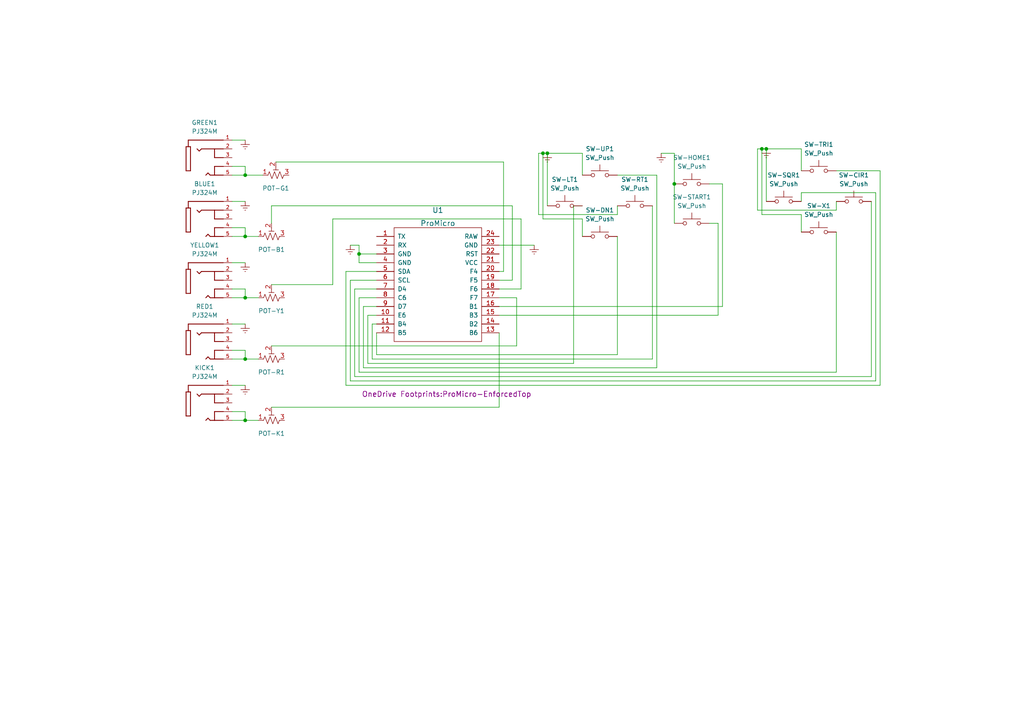
<source format=kicad_sch>
(kicad_sch (version 20211123) (generator eeschema)
  (paper "A4")
  (lib_symbols
    (symbol "Device:R_Potentiometer_Trim_US" (pin_names (offset 1.016) hide)
      (property "Reference" "RV" (at -4.445 0 90))
      (property "Value" "R_Potentiometer_Trim_US" (at -2.54 0 90))
      (symbol "R_Potentiometer_Trim_US_0_1"
        (polyline (pts (xy 0 -2.286) (xy 0 -2.54)))
        (polyline (pts (xy 0 2.286) (xy 0 2.54)))
        (polyline (pts (xy 1.524 0.762) (xy 1.524 -0.762)))
        (polyline (pts (xy 2.54 0) (xy 1.524 0)))
        (polyline (pts (xy 0 -0.762) (xy 1.016 -1.143) (xy 0 -1.524) (xy -1.016 -1.905) (xy 0 -2.286)))
        (polyline (pts (xy 0 0.762) (xy 1.016 0.381) (xy 0 0) (xy -1.016 -0.381) (xy 0 -0.762)))
        (polyline (pts (xy 0 2.286) (xy 1.016 1.905) (xy 0 1.524) (xy -1.016 1.143) (xy 0 0.762)))
      )
      (symbol "R_Potentiometer_Trim_US_1_1"
        (pin passive line (at 0 3.81 270) (length 1.27) (name "1") (number "1"))
        (pin passive line (at 3.81 0 180) (length 1.27) (name "2") (number "2"))
        (pin passive line (at 0 -3.81 90) (length 1.27) (name "3") (number "3"))
      )
    )
    (symbol "PJ324M:PJ324M" (pin_names (offset 1.016))
      (property "Reference" "J" (at -5.08 7.62 0))
      (property "Value" "PJ324M" (at -5.08 -10.16 0))
      (symbol "PJ324M_0_0"
        (polyline (pts (xy -5.715 -3.81) (xy -5.715 3.175)) (stroke (width 0.254)))
        (polyline (pts (xy -5.715 3.175) (xy -5.08 3.175)) (stroke (width 0.254)))
        (polyline (pts (xy -5.08 3.175) (xy -4.445 3.175)) (stroke (width 0.254)))
        (polyline (pts (xy -5.08 5.08) (xy -5.08 3.175)) (stroke (width 0.254)))
        (polyline (pts (xy -4.445 -3.81) (xy -5.715 -3.81)) (stroke (width 0.254)))
        (polyline (pts (xy -4.445 3.175) (xy -4.445 -3.81)) (stroke (width 0.254)))
        (polyline (pts (xy -1.905 1.905) (xy -2.54 2.54)) (stroke (width 0.254)))
        (polyline (pts (xy -1.27 2.54) (xy -1.905 1.905)) (stroke (width 0.254)))
        (polyline (pts (xy 0.635 -4.445) (xy 0 -5.08)) (stroke (width 0.254)))
        (polyline (pts (xy 1.27 -5.08) (xy 0.635 -4.445)) (stroke (width 0.254)))
        (polyline (pts (xy 2.54 -5.08) (xy 1.27 -5.08)) (stroke (width 0.254)))
        (polyline (pts (xy 2.54 -2.54) (xy 2.54 -5.08)) (stroke (width 0.254)))
        (polyline (pts (xy 2.54 0) (xy 2.54 2.54)) (stroke (width 0.254)))
        (polyline (pts (xy 2.54 2.54) (xy -1.27 2.54)) (stroke (width 0.254)))
        (polyline (pts (xy 5.08 -5.08) (xy 2.54 -5.08)) (stroke (width 0.254)))
        (polyline (pts (xy 5.08 -2.54) (xy 2.54 -2.54)) (stroke (width 0.254)))
        (polyline (pts (xy 5.08 0) (xy 2.54 0)) (stroke (width 0.254)))
        (polyline (pts (xy 5.08 2.54) (xy 2.54 2.54)) (stroke (width 0.254)))
        (polyline (pts (xy 5.08 5.08) (xy -5.08 5.08)) (stroke (width 0.254)))
        (pin passive line (at 7.62 5.08 180) (length 2.54) (name "~") (number "1"))
        (pin passive line (at 7.62 2.54 180) (length 2.54) (name "~") (number "2"))
        (pin passive line (at 7.62 0 180) (length 2.54) (name "~") (number "3"))
        (pin passive line (at 7.62 -2.54 180) (length 2.54) (name "~") (number "4"))
        (pin passive line (at 7.62 -5.08 180) (length 2.54) (name "~") (number "5"))
      )
    )
    (symbol "Switch:SW_Push" (pin_numbers hide) (pin_names (offset 1.016) hide)
      (property "Reference" "SW" (at 1.27 2.54 0))
      (property "Value" "SW_Push" (at 0 -1.524 0))
      (symbol "SW_Push_0_1"
        (circle (center -2.032 0) (radius 0.508))
        (polyline (pts (xy 0 1.27) (xy 0 3.048)))
        (polyline (pts (xy 2.54 1.27) (xy -2.54 1.27)))
        (circle (center 2.032 0) (radius 0.508))
        (pin passive line (at -5.08 0 0) (length 2.54) (name "1") (number "1"))
        (pin passive line (at 5.08 0 180) (length 2.54) (name "2") (number "2"))
      )
    )
    (symbol "power:Earth" (power) (pin_names (offset 0))
      (symbol "Earth_0_1"
        (polyline (pts (xy -0.635 -1.905) (xy 0.635 -1.905)))
        (polyline (pts (xy -0.127 -2.54) (xy 0.127 -2.54)))
        (polyline (pts (xy 0 -1.27) (xy 0 0)))
        (polyline (pts (xy 1.27 -1.27) (xy -1.27 -1.27)))
      )
      (symbol "Earth_1_1"
        (pin power_in line (at 0 0 270) (length 0) hide (name "Earth") (number "1"))
      )
    )
    (symbol "promicro:ProMicro" (pin_names (offset 1.016))
      (property "Reference" "U" (at 0 24.13 0))
      (property "Value" "ProMicro" (at 0 -13.97 0))
      (symbol "ProMicro_0_1"
        (rectangle (start -12.7 21.59) (end 12.7 -11.43))
      )
      (symbol "ProMicro_1_1"
        (pin bidirectional line (at -17.78 19.05 0) (length 5.08) (name "TX") (number "1"))
        (pin bidirectional line (at -17.78 -3.81 0) (length 5.08) (name "E6") (number "10"))
        (pin bidirectional line (at -17.78 -6.35 0) (length 5.08) (name "B4") (number "11"))
        (pin bidirectional line (at -17.78 -8.89 0) (length 5.08) (name "B5") (number "12"))
        (pin bidirectional line (at 17.78 -8.89 180) (length 5.08) (name "B6") (number "13"))
        (pin bidirectional line (at 17.78 -6.35 180) (length 5.08) (name "B2") (number "14"))
        (pin bidirectional line (at 17.78 -3.81 180) (length 5.08) (name "B3") (number "15"))
        (pin bidirectional line (at 17.78 -1.27 180) (length 5.08) (name "B1") (number "16"))
        (pin bidirectional line (at 17.78 1.27 180) (length 5.08) (name "F7") (number "17"))
        (pin bidirectional line (at 17.78 3.81 180) (length 5.08) (name "F6") (number "18"))
        (pin bidirectional line (at 17.78 6.35 180) (length 5.08) (name "F5") (number "19"))
        (pin bidirectional line (at -17.78 16.51 0) (length 5.08) (name "RX") (number "2"))
        (pin bidirectional line (at 17.78 8.89 180) (length 5.08) (name "F4") (number "20"))
        (pin power_in line (at 17.78 11.43 180) (length 5.08) (name "VCC") (number "21"))
        (pin input line (at 17.78 13.97 180) (length 5.08) (name "RST") (number "22"))
        (pin power_in line (at 17.78 16.51 180) (length 5.08) (name "GND") (number "23"))
        (pin power_out line (at 17.78 19.05 180) (length 5.08) (name "RAW") (number "24"))
        (pin power_in line (at -17.78 13.97 0) (length 5.08) (name "GND") (number "3"))
        (pin power_in line (at -17.78 11.43 0) (length 5.08) (name "GND") (number "4"))
        (pin bidirectional line (at -17.78 8.89 0) (length 5.08) (name "SDA") (number "5"))
        (pin bidirectional line (at -17.78 6.35 0) (length 5.08) (name "SCL") (number "6"))
        (pin bidirectional line (at -17.78 3.81 0) (length 5.08) (name "D4") (number "7"))
        (pin bidirectional line (at -17.78 1.27 0) (length 5.08) (name "C6") (number "8"))
        (pin bidirectional line (at -17.78 -1.27 0) (length 5.08) (name "D7") (number "9"))
      )
    )
  )
  (junction (at 71.12 104.14))
  (junction (at 71.12 121.92))
  (junction (at 158.75 44.45))
  (junction (at 71.12 50.8))
  (junction (at 157.48 44.45))
  (junction (at 104.14 73.66))
  (junction (at 71.12 86.36))
  (junction (at 220.98 43.18))
  (junction (at 71.12 68.58))
  (junction (at 195.58 53.34))
  (junction (at 222.25 43.18))
  (wire (pts (xy 80.01 46.99) (xy 146.05 46.99)))
  (wire (pts (xy 179.07 59.69) (xy 179.07 62.23)))
  (wire (pts (xy 242.57 67.31) (xy 242.57 107.95)))
  (wire (pts (xy 242.57 58.42) (xy 242.57 60.96)))
  (wire (pts (xy 104.14 86.36) (xy 109.22 86.36)))
  (wire (pts (xy 105.41 88.9) (xy 109.22 88.9)))
  (wire (pts (xy 144.78 71.12) (xy 154.94 71.12)))
  (wire (pts (xy 67.31 40.64) (xy 71.12 40.64)))
  (wire (pts (xy 71.12 104.14) (xy 74.93 104.14)))
  (wire (pts (xy 78.74 59.69) (xy 148.59 59.69)))
  (wire (pts (xy 71.12 48.26) (xy 71.12 50.8)))
  (wire (pts (xy 67.31 101.6) (xy 71.12 101.6)))
  (wire (pts (xy 220.98 62.23) (xy 220.98 43.18)))
  (wire (pts (xy 71.12 119.38) (xy 71.12 121.92)))
  (wire (pts (xy 144.78 83.82) (xy 151.13 83.82)))
  (wire (pts (xy 205.74 64.77) (xy 208.28 64.77)))
  (wire (pts (xy 71.12 121.92) (xy 74.93 121.92)))
  (wire (pts (xy 242.57 107.95) (xy 104.14 107.95)))
  (wire (pts (xy 179.07 50.8) (xy 190.5 50.8)))
  (wire (pts (xy 219.71 60.96) (xy 219.71 43.18)))
  (wire (pts (xy 232.41 67.31) (xy 232.41 62.23)))
  (wire (pts (xy 166.37 59.69) (xy 166.37 105.41)))
  (wire (pts (xy 190.5 50.8) (xy 190.5 106.68)))
  (wire (pts (xy 67.31 50.8) (xy 71.12 50.8)))
  (wire (pts (xy 232.41 55.88) (xy 254 55.88)))
  (wire (pts (xy 179.07 62.23) (xy 156.21 62.23)))
  (wire (pts (xy 190.5 106.68) (xy 105.41 106.68)))
  (wire (pts (xy 209.55 88.9) (xy 144.78 88.9)))
  (wire (pts (xy 104.14 107.95) (xy 104.14 86.36)))
  (wire (pts (xy 107.95 104.14) (xy 107.95 93.98)))
  (wire (pts (xy 168.91 59.69) (xy 166.37 59.69)))
  (wire (pts (xy 168.91 50.8) (xy 168.91 44.45)))
  (wire (pts (xy 78.74 64.77) (xy 78.74 59.69)))
  (wire (pts (xy 205.74 53.34) (xy 209.55 53.34)))
  (wire (pts (xy 254 55.88) (xy 254 110.49)))
  (wire (pts (xy 252.73 58.42) (xy 252.73 109.22)))
  (wire (pts (xy 96.52 82.55) (xy 96.52 63.5)))
  (wire (pts (xy 67.31 121.92) (xy 71.12 121.92)))
  (wire (pts (xy 67.31 119.38) (xy 71.12 119.38)))
  (wire (pts (xy 71.12 86.36) (xy 74.93 86.36)))
  (wire (pts (xy 168.91 44.45) (xy 158.75 44.45)))
  (wire (pts (xy 252.73 109.22) (xy 102.87 109.22)))
  (wire (pts (xy 168.91 68.58) (xy 168.91 63.5)))
  (wire (pts (xy 102.87 83.82) (xy 109.22 83.82)))
  (wire (pts (xy 148.59 81.28) (xy 144.78 81.28)))
  (wire (pts (xy 156.21 44.45) (xy 157.48 44.45)))
  (wire (pts (xy 100.33 111.76) (xy 100.33 78.74)))
  (wire (pts (xy 71.12 101.6) (xy 71.12 104.14)))
  (wire (pts (xy 232.41 58.42) (xy 232.41 55.88)))
  (wire (pts (xy 104.14 73.66) (xy 104.14 71.12)))
  (wire (pts (xy 78.74 82.55) (xy 96.52 82.55)))
  (wire (pts (xy 149.86 100.33) (xy 149.86 86.36)))
  (wire (pts (xy 67.31 48.26) (xy 71.12 48.26)))
  (wire (pts (xy 101.6 110.49) (xy 101.6 81.28)))
  (wire (pts (xy 158.75 44.45) (xy 158.75 59.69)))
  (wire (pts (xy 67.31 68.58) (xy 71.12 68.58)))
  (wire (pts (xy 255.27 111.76) (xy 100.33 111.76)))
  (wire (pts (xy 157.48 44.45) (xy 158.75 44.45)))
  (wire (pts (xy 208.28 64.77) (xy 208.28 91.44)))
  (wire (pts (xy 189.23 104.14) (xy 107.95 104.14)))
  (wire (pts (xy 71.12 68.58) (xy 74.93 68.58)))
  (wire (pts (xy 219.71 43.18) (xy 220.98 43.18)))
  (wire (pts (xy 102.87 109.22) (xy 102.87 83.82)))
  (wire (pts (xy 209.55 53.34) (xy 209.55 88.9)))
  (wire (pts (xy 220.98 43.18) (xy 222.25 43.18)))
  (wire (pts (xy 100.33 78.74) (xy 109.22 78.74)))
  (wire (pts (xy 71.12 66.04) (xy 71.12 68.58)))
  (wire (pts (xy 195.58 44.45) (xy 195.58 53.34)))
  (wire (pts (xy 106.68 105.41) (xy 106.68 91.44)))
  (wire (pts (xy 67.31 104.14) (xy 71.12 104.14)))
  (wire (pts (xy 208.28 91.44) (xy 144.78 91.44)))
  (wire (pts (xy 168.91 63.5) (xy 157.48 63.5)))
  (wire (pts (xy 96.52 63.5) (xy 151.13 63.5)))
  (wire (pts (xy 179.07 68.58) (xy 179.07 102.87)))
  (wire (pts (xy 242.57 60.96) (xy 219.71 60.96)))
  (wire (pts (xy 232.41 49.53) (xy 232.41 43.18)))
  (wire (pts (xy 179.07 102.87) (xy 109.22 102.87)))
  (wire (pts (xy 104.14 76.2) (xy 104.14 73.66)))
  (wire (pts (xy 101.6 81.28) (xy 109.22 81.28)))
  (wire (pts (xy 67.31 111.76) (xy 71.12 111.76)))
  (wire (pts (xy 71.12 50.8) (xy 76.2 50.8)))
  (wire (pts (xy 195.58 53.34) (xy 195.58 64.77)))
  (wire (pts (xy 109.22 102.87) (xy 109.22 96.52)))
  (wire (pts (xy 222.25 43.18) (xy 222.25 58.42)))
  (wire (pts (xy 157.48 63.5) (xy 157.48 44.45)))
  (wire (pts (xy 156.21 62.23) (xy 156.21 44.45)))
  (wire (pts (xy 71.12 83.82) (xy 71.12 86.36)))
  (wire (pts (xy 166.37 105.41) (xy 106.68 105.41)))
  (wire (pts (xy 106.68 91.44) (xy 109.22 91.44)))
  (wire (pts (xy 104.14 71.12) (xy 101.6 71.12)))
  (wire (pts (xy 255.27 49.53) (xy 255.27 111.76)))
  (wire (pts (xy 254 110.49) (xy 101.6 110.49)))
  (wire (pts (xy 151.13 63.5) (xy 151.13 83.82)))
  (wire (pts (xy 148.59 59.69) (xy 148.59 81.28)))
  (wire (pts (xy 232.41 62.23) (xy 220.98 62.23)))
  (wire (pts (xy 67.31 58.42) (xy 71.12 58.42)))
  (wire (pts (xy 109.22 76.2) (xy 104.14 76.2)))
  (wire (pts (xy 189.23 59.69) (xy 189.23 104.14)))
  (wire (pts (xy 105.41 106.68) (xy 105.41 88.9)))
  (wire (pts (xy 107.95 93.98) (xy 109.22 93.98)))
  (wire (pts (xy 146.05 46.99) (xy 146.05 78.74)))
  (wire (pts (xy 144.78 118.11) (xy 144.78 96.52)))
  (wire (pts (xy 232.41 43.18) (xy 222.25 43.18)))
  (wire (pts (xy 109.22 73.66) (xy 104.14 73.66)))
  (wire (pts (xy 67.31 66.04) (xy 71.12 66.04)))
  (wire (pts (xy 146.05 78.74) (xy 144.78 78.74)))
  (wire (pts (xy 242.57 49.53) (xy 255.27 49.53)))
  (wire (pts (xy 67.31 93.98) (xy 71.12 93.98)))
  (wire (pts (xy 67.31 76.2) (xy 71.12 76.2)))
  (wire (pts (xy 191.77 44.45) (xy 195.58 44.45)))
  (wire (pts (xy 78.74 100.33) (xy 149.86 100.33)))
  (wire (pts (xy 67.31 83.82) (xy 71.12 83.82)))
  (wire (pts (xy 67.31 86.36) (xy 71.12 86.36)))
  (wire (pts (xy 149.86 86.36) (xy 144.78 86.36)))
  (wire (pts (xy 78.74 118.11) (xy 144.78 118.11)))
  (symbol (lib_id "Device:R_Potentiometer_Trim_US") (at 78.74 104.14 90) (unit 1)
    (property "Reference" "POT-R1" (at 78.74 107.95 90))
    (property "Value" "R_Potentiometer_Trim_US" (effects hide))
    (property "Footprint" "Potentiometer_THT:Potentiometer_Bourns_3296W_Vertical" (effects hide))
  )
  (symbol (lib_id "power:Earth") (at 158.75 44.45 0) (unit 1)
    (property "Reference" "#PWR0106" (effects hide))
    (property "Value" "Earth" (effects hide))
  )
  (symbol (lib_id "Device:R_Potentiometer_Trim_US") (at 80.01 50.8 90) (unit 1)
    (property "Reference" "POT-G1" (at 80.01 54.61 90))
    (property "Value" "R_Potentiometer_Trim_US" (effects hide))
    (property "Footprint" "Potentiometer_THT:Potentiometer_Bourns_3296W_Vertical" (effects hide))
  )
  (symbol (lib_id "Device:R_Potentiometer_Trim_US") (at 78.74 68.58 90) (unit 1)
    (property "Reference" "POT-B1" (at 78.74 72.39 90))
    (property "Value" "R_Potentiometer_Trim_US" (effects hide))
    (property "Footprint" "Potentiometer_THT:Potentiometer_Bourns_3296W_Vertical" (effects hide))
  )
  (symbol (lib_id "Device:R_Potentiometer_Trim_US") (at 78.74 121.92 90) (unit 1)
    (property "Reference" "POT-K1" (at 78.74 125.73 90))
    (property "Value" "R_Potentiometer_Trim_US" (effects hide))
    (property "Footprint" "Potentiometer_THT:Potentiometer_Bourns_3296W_Vertical" (effects hide))
  )
  (symbol (lib_id "Switch:SW_Push") (at 237.49 49.53 0) (unit 1)
    (property "Reference" "SW-TRI1" (at 237.49 41.91 0))
    (property "Value" "SW_Push" (at 237.49 44.45 0))
    (property "Footprint" "Switch_Keyboard_Cherry_MX:SW_Cherry_MX_PCB_1.00u" (effects hide))
  )
  (symbol (lib_id "Switch:SW_Push") (at 227.33 58.42 0) (unit 1)
    (property "Reference" "SW-SQR1" (at 227.33 50.8 0))
    (property "Value" "SW_Push" (at 227.33 53.34 0))
    (property "Footprint" "Switch_Keyboard_Cherry_MX:SW_Cherry_MX_PCB_1.00u" (effects hide))
  )
  (symbol (lib_id "power:Earth") (at 191.77 44.45 0) (unit 1)
    (property "Reference" "#PWR0108" (effects hide))
    (property "Value" "Earth" (effects hide))
  )
  (symbol (lib_id "Switch:SW_Push") (at 247.65 58.42 0) (unit 1)
    (property "Reference" "SW-CIR1" (at 247.65 50.8 0))
    (property "Value" "SW_Push" (at 247.65 53.34 0))
    (property "Footprint" "Switch_Keyboard_Cherry_MX:SW_Cherry_MX_PCB_1.00u" (effects hide))
  )
  (symbol (lib_id "power:Earth") (at 71.12 40.64 0) (unit 1)
    (property "Reference" "#PWR0101" (effects hide))
    (property "Value" "Earth" (effects hide))
  )
  (symbol (lib_id "power:Earth") (at 71.12 93.98 0) (unit 1)
    (property "Reference" "#PWR0103" (effects hide))
    (property "Value" "Earth" (effects hide))
  )
  (symbol (lib_id "PJ324M:PJ324M") (at 59.69 45.72 0) (unit 1)
    (property "Reference" "GREEN1" (at 59.3725 35.56 0))
    (property "Value" "PJ324M" (at 59.3725 38.1 0))
    (property "Footprint" "WENZHOU_PJ324M" (effects hide))
    (property "PARTREV" "N/A" (effects hide))
    (property "STANDARD" "Manufacturer Recommendations" (effects hide))
    (property "MAXIMUM_PACKAGE_HEIGHT" "6.3mm" (effects hide))
    (property "MANUFACTURER" "Wenzhou QingPu Electronics" (effects hide))
  )
  (symbol (lib_id "power:Earth") (at 222.25 43.18 0) (unit 1)
    (property "Reference" "#PWR0107" (effects hide))
    (property "Value" "Earth" (effects hide))
  )
  (symbol (lib_id "Switch:SW_Push") (at 163.83 59.69 0) (unit 1)
    (property "Reference" "SW-LT1" (at 163.83 52.07 0))
    (property "Value" "SW_Push" (at 163.83 54.61 0))
    (property "Footprint" "Switch_Keyboard_Cherry_MX:SW_Cherry_MX_PCB_1.00u" (effects hide))
  )
  (symbol (lib_id "Switch:SW_Push") (at 173.99 68.58 0) (unit 1)
    (property "Reference" "SW-DN1" (at 173.99 60.96 0))
    (property "Value" "SW_Push" (at 173.99 63.5 0))
    (property "Footprint" "Switch_Keyboard_Cherry_MX:SW_Cherry_MX_PCB_1.00u" (effects hide))
  )
  (symbol (lib_id "power:Earth") (at 101.6 71.12 0) (unit 1)
    (property "Reference" "#PWR0109" (effects hide))
    (property "Value" "Earth" (effects hide))
  )
  (symbol (lib_id "Switch:SW_Push") (at 200.66 64.77 0) (unit 1)
    (property "Reference" "SW-START1" (at 200.66 57.15 0))
    (property "Value" "SW_Push" (at 200.66 59.69 0))
    (property "Footprint" "Switch_Keyboard_Cherry_MX:SW_Cherry_MX_PCB_1.00u" (effects hide))
  )
  (symbol (lib_id "Device:R_Potentiometer_Trim_US") (at 78.74 86.36 90) (unit 1)
    (property "Reference" "POT-Y1" (at 78.74 90.17 90))
    (property "Value" "R_Potentiometer_Trim_US" (effects hide))
    (property "Footprint" "Potentiometer_THT:Potentiometer_Bourns_3296W_Vertical" (effects hide))
  )
  (symbol (lib_id "Switch:SW_Push") (at 200.66 53.34 0) (unit 1)
    (property "Reference" "SW-HOME1" (at 200.66 45.72 0))
    (property "Value" "SW_Push" (at 200.66 48.26 0))
    (property "Footprint" "Switch_Keyboard_Cherry_MX:SW_Cherry_MX_PCB_1.00u" (effects hide))
  )
  (symbol (lib_id "Switch:SW_Push") (at 184.15 59.69 0) (unit 1)
    (property "Reference" "SW-RT1" (at 184.15 52.07 0))
    (property "Value" "SW_Push" (at 184.15 54.61 0))
    (property "Footprint" "Switch_Keyboard_Cherry_MX:SW_Cherry_MX_PCB_1.00u" (effects hide))
  )
  (symbol (lib_id "PJ324M:PJ324M") (at 59.69 99.06 0) (unit 1)
    (property "Reference" "RED1" (at 59.3725 88.9 0))
    (property "Value" "PJ324M" (at 59.3725 91.44 0))
    (property "Footprint" "WENZHOU_PJ324M" (effects hide))
    (property "PARTREV" "N/A" (effects hide))
    (property "STANDARD" "Manufacturer Recommendations" (effects hide))
    (property "MAXIMUM_PACKAGE_HEIGHT" "6.3mm" (effects hide))
    (property "MANUFACTURER" "Wenzhou QingPu Electronics" (effects hide))
  )
  (symbol (lib_id "PJ324M:PJ324M") (at 59.69 81.28 0) (unit 1)
    (property "Reference" "YELLOW1" (at 59.3725 71.12 0))
    (property "Value" "PJ324M" (at 59.3725 73.66 0))
    (property "Footprint" "WENZHOU_PJ324M" (effects hide))
    (property "PARTREV" "N/A" (effects hide))
    (property "STANDARD" "Manufacturer Recommendations" (effects hide))
    (property "MAXIMUM_PACKAGE_HEIGHT" "6.3mm" (effects hide))
    (property "MANUFACTURER" "Wenzhou QingPu Electronics" (effects hide))
  )
  (symbol (lib_id "power:Earth") (at 154.94 71.12 0) (unit 1)
    (property "Reference" "#PWR0110" (effects hide))
    (property "Value" "Earth" (effects hide))
  )
  (symbol (lib_id "power:Earth") (at 71.12 76.2 0) (unit 1)
    (property "Reference" "#PWR0105" (effects hide))
    (property "Value" "Earth" (effects hide))
  )
  (symbol (lib_id "Switch:SW_Push") (at 173.99 50.8 0) (unit 1)
    (property "Reference" "SW-UP1" (at 173.99 43.18 0))
    (property "Value" "SW_Push" (at 173.99 45.72 0))
    (property "Footprint" "Switch_Keyboard_Cherry_MX:SW_Cherry_MX_PCB_1.00u" (effects hide))
  )
  (symbol (lib_id "Switch:SW_Push") (at 237.49 67.31 0) (unit 1)
    (property "Reference" "SW-X1" (at 237.49 59.69 0))
    (property "Value" "SW_Push" (at 237.49 62.23 0))
    (property "Footprint" "Switch_Keyboard_Cherry_MX:SW_Cherry_MX_PCB_1.00u" (effects hide))
  )
  (symbol (lib_id "promicro:ProMicro") (at 127 87.63 0) (unit 1)
    (property "Reference" "U1" (at 127 60.96 0) (effects (font (size 1.524 1.524))))
    (property "Value" "ProMicro" (at 127 64.77 0) (effects (font (size 1.524 1.524))))
    (property "Footprint" "OneDrive Footprints:ProMicro-EnforcedTop" (at 129.54 114.3 0) (effects (font (size 1.524 1.524))))
  )
  (symbol (lib_id "power:Earth") (at 71.12 58.42 0) (unit 1)
    (property "Reference" "#PWR0102" (effects hide))
    (property "Value" "Earth" (effects hide))
  )
  (symbol (lib_id "PJ324M:PJ324M") (at 59.69 116.84 0) (unit 1)
    (property "Reference" "KICK1" (at 59.3725 106.68 0))
    (property "Value" "PJ324M" (at 59.3725 109.22 0))
    (property "Footprint" "WENZHOU_PJ324M" (effects hide))
    (property "PARTREV" "N/A" (effects hide))
    (property "STANDARD" "Manufacturer Recommendations" (effects hide))
    (property "MAXIMUM_PACKAGE_HEIGHT" "6.3mm" (effects hide))
    (property "MANUFACTURER" "Wenzhou QingPu Electronics" (effects hide))
  )
  (symbol (lib_id "power:Earth") (at 71.12 111.76 0) (unit 1)
    (property "Reference" "#PWR0104" (effects hide))
    (property "Value" "Earth" (effects hide))
  )
  (symbol (lib_id "PJ324M:PJ324M") (at 59.69 63.5 0) (unit 1)
    (property "Reference" "BLUE1" (at 59.3725 53.34 0))
    (property "Value" "PJ324M" (at 59.3725 55.88 0))
    (property "Footprint" "WENZHOU_PJ324M" (effects hide))
    (property "PARTREV" "N/A" (effects hide))
    (property "STANDARD" "Manufacturer Recommendations" (effects hide))
    (property "MAXIMUM_PACKAGE_HEIGHT" "6.3mm" (effects hide))
    (property "MANUFACTURER" "Wenzhou QingPu Electronics" (effects hide))
  )
)
</source>
